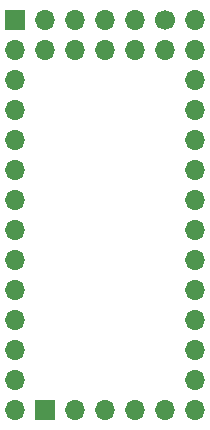
<source format=gbr>
%TF.GenerationSoftware,KiCad,Pcbnew,8.0.5*%
%TF.CreationDate,2025-07-05T10:51:28+01:00*%
%TF.ProjectId,sdrr 28 rev a,73647272-2032-4382-9072-657620612e6b,rev?*%
%TF.SameCoordinates,Original*%
%TF.FileFunction,Soldermask,Bot*%
%TF.FilePolarity,Negative*%
%FSLAX46Y46*%
G04 Gerber Fmt 4.6, Leading zero omitted, Abs format (unit mm)*
G04 Created by KiCad (PCBNEW 8.0.5) date 2025-07-05 10:51:28*
%MOMM*%
%LPD*%
G01*
G04 APERTURE LIST*
%ADD10C,1.700000*%
%ADD11O,1.700000X1.700000*%
%ADD12R,1.700000X1.700000*%
G04 APERTURE END LIST*
D10*
%TO.C,J2*%
X114300000Y-26670000D03*
D11*
X114300000Y-29210000D03*
X111760000Y-26670000D03*
X111760000Y-29210000D03*
X109220000Y-26670000D03*
X109220000Y-29210000D03*
X106680000Y-26670000D03*
X106680000Y-29210000D03*
X104140000Y-26670000D03*
X104140000Y-29210000D03*
%TD*%
D12*
%TO.C,J1*%
X104140000Y-59690000D03*
D11*
X106680000Y-59690000D03*
X109220000Y-59690000D03*
X111760000Y-59690000D03*
X114300000Y-59690000D03*
%TD*%
D12*
%TO.C,J3*%
X101600000Y-26670000D03*
D11*
X101600000Y-29210000D03*
X101600000Y-31750000D03*
X101600000Y-34290000D03*
X101600000Y-36830000D03*
X101600000Y-39370000D03*
X101600000Y-41910000D03*
X101600000Y-44450000D03*
X101600000Y-46990000D03*
X101600000Y-49530000D03*
X101600000Y-52070000D03*
X101600000Y-54610000D03*
X101600000Y-57150000D03*
X101600000Y-59690000D03*
%TD*%
%TO.C,J4*%
X116840000Y-59690000D03*
X116840000Y-57150000D03*
X116840000Y-54610000D03*
X116840000Y-52070000D03*
X116840000Y-49530000D03*
X116840000Y-46990000D03*
X116840000Y-44450000D03*
X116840000Y-41910000D03*
X116840000Y-39370000D03*
X116840000Y-36830000D03*
X116840000Y-34290000D03*
X116840000Y-31750000D03*
X116840000Y-29210000D03*
X116840000Y-26670000D03*
%TD*%
M02*

</source>
